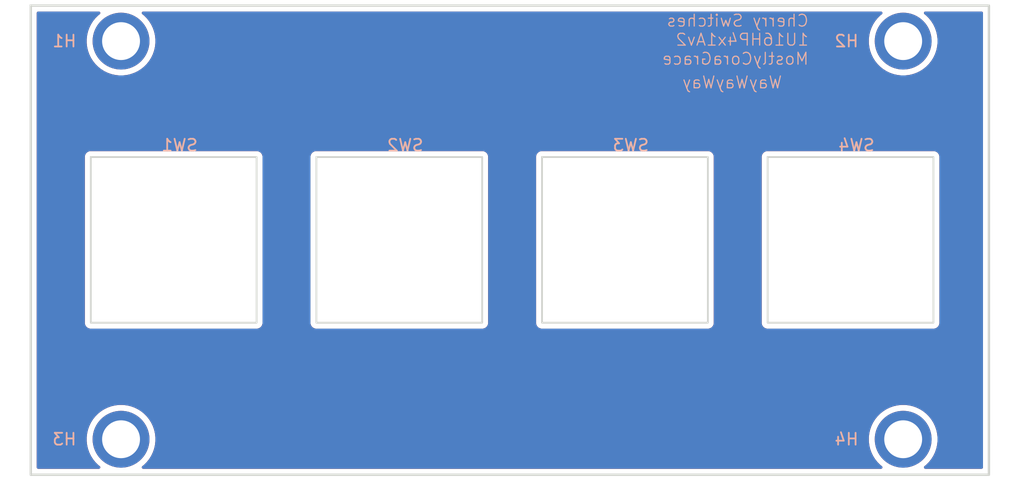
<source format=kicad_pcb>
(kicad_pcb (version 20241229) (generator "pcbnew") (generator_version "9.0")
  (layers (0 "F.Cu" signal) (2 "B.Cu" signal) (13 "F.Paste" user) (15 "B.Paste" user) (5 "F.SilkS" user "F.Silkscreen") (7 "B.SilkS" user "B.Silkscreen") (1 "F.Mask" user) (3 "B.Mask" user) (25 "Edge.Cuts" user))
  (net 0 "")
  (footprint "EXC:MountingHole_3.2mm_M3" (layer "F.Cu") (at 73.66 39.075)
    (property "Reference" "H4" (at -3.683 0 0) (layer "B.SilkS") (effects (justify left mirror)))
    (property "Value" "Eurorack_M3_MountingHole")
    (pad "" thru_hole circle (at 0 0) (size 4.8 4.8) (drill 3.2) (layers "*.Cu" "*.Mask"))
  )
  (footprint "EXC:MountingHole_3.2mm_M3" (layer "F.Cu") (at 73.66 5.425)
    (property "Reference" "H2" (at -3.683 0 0) (layer "B.SilkS") (effects (justify left mirror)))
    (property "Value" "Eurorack_M3_MountingHole")
    (pad "" thru_hole circle (at 0 0) (size 4.8 4.8) (drill 3.2) (layers "*.Cu" "*.Mask"))
  )
  (footprint "EXC:MountingHole_3.2mm_M3" (layer "F.Cu") (at 7.62 5.425)
    (property "Reference" "H1" (at -3.683 0 0) (layer "B.SilkS") (effects (justify left mirror)))
    (property "Value" "Eurorack_M3_MountingHole")
    (pad "" thru_hole circle (at 0 0) (size 4.8 4.8) (drill 3.2) (layers "*.Cu" "*.Mask"))
  )
  (footprint "EXC:SW_Cherry_MX_1.00u_Mount" (layer "F.Cu") (at 12.065 22.225)
    (property "Reference" "SW1" (at 0.5 -8 0) (layer "B.SilkS") (effects (justify mirror)))
    (property "Value" "SW_SPST_MOUNT")
    (fp_rect (start -7 -7) (end 7 7) (stroke (width 0.15)) (fill no) (layer "Edge.Cuts"))
  )
  (footprint "EXC:MountingHole_3.2mm_M3" (layer "F.Cu") (at 7.62 39.075)
    (property "Reference" "H3" (at -3.683 0 0) (layer "B.SilkS") (effects (justify left mirror)))
    (property "Value" "Eurorack_M3_MountingHole")
    (pad "" thru_hole circle (at 0 0) (size 4.8 4.8) (drill 3.2) (layers "*.Cu" "*.Mask"))
  )
  (footprint "EXC:SW_Cherry_MX_1.00u_Mount" (layer "F.Cu") (at 69.215 22.225)
    (property "Reference" "SW4" (at 0.5 -8 0) (layer "B.SilkS") (effects (justify mirror)))
    (property "Value" "SW_SPST_MOUNT")
    (fp_rect (start -7 -7) (end 7 7) (stroke (width 0.15)) (fill no) (layer "Edge.Cuts"))
  )
  (footprint "EXC:SW_Cherry_MX_1.00u_Mount" (layer "F.Cu") (at 50.165 22.225)
    (property "Reference" "SW3" (at 0.5 -8 0) (layer "B.SilkS") (effects (justify mirror)))
    (property "Value" "SW_SPST_MOUNT")
    (fp_rect (start -7 -7) (end 7 7) (stroke (width 0.15)) (fill no) (layer "Edge.Cuts"))
  )
  (footprint "EXC:SW_Cherry_MX_1.00u_Mount" (layer "F.Cu") (at 31.115 22.225)
    (property "Reference" "SW2" (at 0.5 -8 0) (layer "B.SilkS") (effects (justify mirror)))
    (property "Value" "SW_SPST_MOUNT")
    (fp_rect (start -7 -7) (end 7 7) (stroke (width 0.15)) (fill no) (layer "Edge.Cuts"))
  )
  (gr_rect (start 0 2.425) (end 80.9 42.075) (stroke (width 0.2)) (fill no) (layer "Edge.Cuts"))
  (gr_text "WayWayWay" (at 63.5 9.5 0) (layer "B.SilkS") (effects (font (size 1 1) (thickness 0.1)) (justify left bottom mirror)))
  (gr_text "Cherry Switches\n1U16HP4x1Av2\nMostlyCoraGrace" (at 65.75 7.5 0) (layer "B.SilkS") (effects (font (size 1 1) (thickness 0.1)) (justify left bottom mirror)))
  (zone (net 0) (net_name "") (layers "F.Cu" "B.Cu") (connect_pads (clearance 0.5)) (min_thickness 0.25) (fill yes (thermal_gap 0.5) (thermal_bridge_width 0.5) (island_removal_mode 1) (island_area_min 10))
    (polygon (pts (xy 0 2.5) (xy 81 2.5) (xy 81 42) (xy 0 42)))
  )
)
</source>
